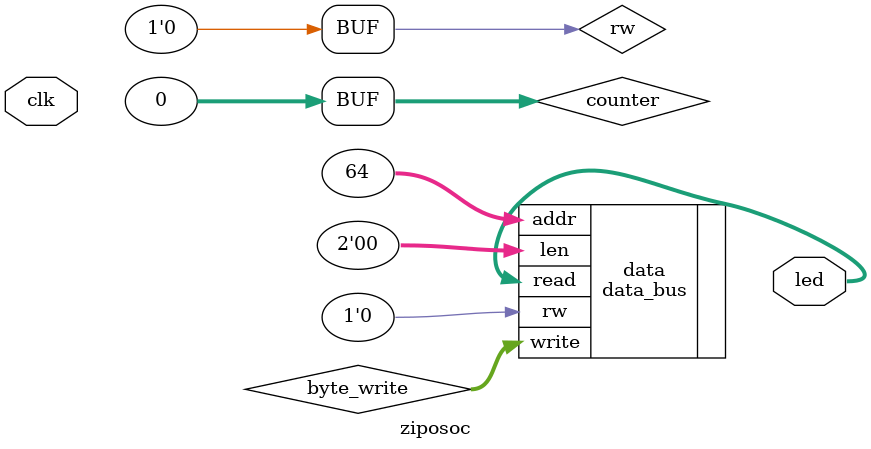
<source format=v>
`include "memory_map.v"
`include "data_bus.v"
`include "zipocpu.v"

module ziposoc #(
	parameter EXTENSION_C = 1
) (	input	clk,
	output  [7:0] led,
 );

	wire		clk;
	wire [7:0]	led;
	
	//reg [7:0]	led;
	reg [31:0]	counter = 0;
	reg [7:0]	byte_read;
	reg [7:0]	byte_write;
	reg rw = 0;
	//reg len;
	
	data_bus data(.rw(rw), .len(2'b00), .addr(32'h00000040), .read(led), .write(byte_write));
	//data_bus data(.rw(1), .len(2'b00), .addr(32'h00000004), .write(8'b01010111), .led(led));
	
	zipocpu cpu(clk);
	
	/*always @(posedge clk) begin
		
	end*/

endmodule

</source>
